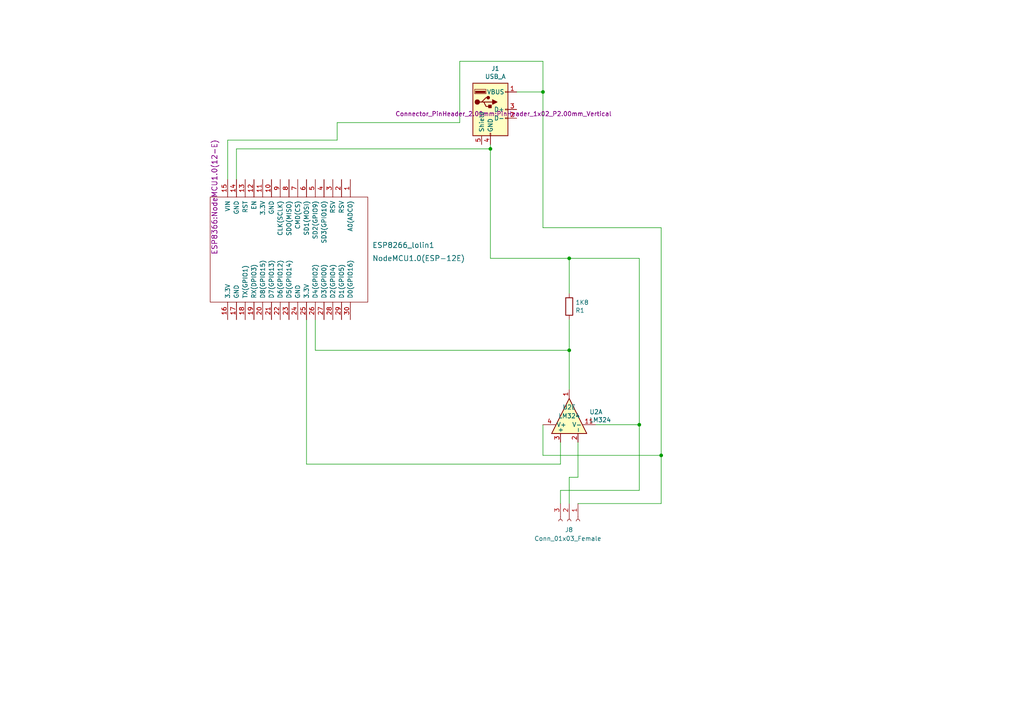
<source format=kicad_sch>
(kicad_sch (version 20211123) (generator eeschema)
  (paper "A4")
  (title_block (title "Dispositivo-H2O") (date "                 2021-02-26") (rev "Escobar J.W.") (company "IER-UNAM"))
  (lib_symbols
    (symbol "Amplifier_Operational:LM324" (pin_names (offset 0.127))
      (property "Reference" "U" (at 0 5.08 0))
      (property "Value" "LM324" (at 0 -5.08 0))
      (symbol "LM324_1_1"
        (polyline (pts (xy -5.08 5.08) (xy 5.08 0) (xy -5.08 -5.08) (xy -5.08 5.08)) (stroke (width 0.254)) (fill (type background)))
        (pin output line (at 7.62 0 180) (length 2.54) (name "~") (number "1"))
        (pin input line (at -7.62 -2.54 0) (length 2.54) (name "-") (number "2"))
        (pin input line (at -7.62 2.54 0) (length 2.54) (name "+") (number "3"))
      )
      (symbol "LM324_2_1"
        (polyline (pts (xy -5.08 5.08) (xy 5.08 0) (xy -5.08 -5.08) (xy -5.08 5.08)) (stroke (width 0.254)) (fill (type background)))
        (pin input line (at -7.62 2.54 0) (length 2.54) (name "+") (number "5"))
        (pin input line (at -7.62 -2.54 0) (length 2.54) (name "-") (number "6"))
        (pin output line (at 7.62 0 180) (length 2.54) (name "~") (number "7"))
      )
      (symbol "LM324_3_1"
        (polyline (pts (xy -5.08 5.08) (xy 5.08 0) (xy -5.08 -5.08) (xy -5.08 5.08)) (stroke (width 0.254)) (fill (type background)))
        (pin input line (at -7.62 2.54 0) (length 2.54) (name "+") (number "10"))
        (pin output line (at 7.62 0 180) (length 2.54) (name "~") (number "8"))
        (pin input line (at -7.62 -2.54 0) (length 2.54) (name "-") (number "9"))
      )
      (symbol "LM324_4_1"
        (polyline (pts (xy -5.08 5.08) (xy 5.08 0) (xy -5.08 -5.08) (xy -5.08 5.08)) (stroke (width 0.254)) (fill (type background)))
        (pin input line (at -7.62 2.54 0) (length 2.54) (name "+") (number "12"))
        (pin input line (at -7.62 -2.54 0) (length 2.54) (name "-") (number "13"))
        (pin output line (at 7.62 0 180) (length 2.54) (name "~") (number "14"))
      )
      (symbol "LM324_5_1"
        (pin power_in line (at -2.54 -7.62 90) (length 3.81) (name "V-") (number "11"))
        (pin power_in line (at -2.54 7.62 270) (length 3.81) (name "V+") (number "4"))
      )
    )
    (symbol "Connector:Conn_01x03_Female" (pin_names (offset 1.016) hide)
      (property "Reference" "J" (at 0 5.08 0))
      (property "Value" "Conn_01x03_Female" (at 0 -5.08 0))
      (symbol "Conn_01x03_Female_1_1"
        (arc (start 0 -2.032) (mid -0.508 -2.54) (end 0 -3.048) (stroke (width 0.1524)))
        (polyline (pts (xy -1.27 -2.54) (xy -0.508 -2.54)) (stroke (width 0.1524)))
        (polyline (pts (xy -1.27 0) (xy -0.508 0)) (stroke (width 0.1524)))
        (polyline (pts (xy -1.27 2.54) (xy -0.508 2.54)) (stroke (width 0.1524)))
        (arc (start 0 0.508) (mid -0.508 0) (end 0 -0.508) (stroke (width 0.1524)))
        (arc (start 0 3.048) (mid -0.508 2.54) (end 0 2.032) (stroke (width 0.1524)))
        (pin passive line (at -5.08 2.54 0) (length 3.81) (name "Pin_1") (number "1"))
        (pin passive line (at -5.08 0 0) (length 3.81) (name "Pin_2") (number "2"))
        (pin passive line (at -5.08 -2.54 0) (length 3.81) (name "Pin_3") (number "3"))
      )
    )
    (symbol "Connector:USB_A" (pin_names (offset 1.016))
      (property "Reference" "J" (at -5.08 11.43 0))
      (property "Value" "USB_A" (at -5.08 8.89 0))
      (symbol "USB_A_0_1"
        (rectangle (start -5.08 -7.62) (end 5.08 7.62) (stroke (width 0.254)) (fill (type background)))
        (circle (center -3.81 2.159) (radius 0.635) (stroke (width 0.254)) (fill (type outline)))
        (rectangle (start -1.524 4.826) (end -4.318 5.334) (fill (type outline)))
        (rectangle (start -1.27 4.572) (end -4.572 5.842))
        (circle (center -0.635 3.429) (radius 0.381) (stroke (width 0.254)) (fill (type outline)))
        (rectangle (start -0.127 -7.62) (end 0.127 -6.858))
        (polyline (pts (xy -3.175 2.159) (xy -2.54 2.159) (xy -1.27 3.429) (xy -0.635 3.429)) (stroke (width 0.254)))
        (polyline (pts (xy -2.54 2.159) (xy -1.905 2.159) (xy -1.27 0.889) (xy 0 0.889)) (stroke (width 0.254)))
        (polyline (pts (xy 0.635 2.794) (xy 0.635 1.524) (xy 1.905 2.159) (xy 0.635 2.794)) (stroke (width 0.254)) (fill (type outline)))
        (rectangle (start 0.254 1.27) (end -0.508 0.508) (stroke (width 0.254)) (fill (type outline)))
        (rectangle (start 5.08 -2.667) (end 4.318 -2.413))
        (rectangle (start 5.08 -0.127) (end 4.318 0.127))
        (rectangle (start 5.08 4.953) (end 4.318 5.207))
      )
      (symbol "USB_A_1_1"
        (polyline (pts (xy -1.905 2.159) (xy 0.635 2.159)) (stroke (width 0.254)))
        (pin power_in line (at 7.62 5.08 180) (length 2.54) (name "VBUS") (number "1"))
        (pin bidirectional line (at 7.62 -2.54 180) (length 2.54) (name "D-") (number "2"))
        (pin bidirectional line (at 7.62 0 180) (length 2.54) (name "D+") (number "3"))
        (pin power_in line (at 0 -10.16 90) (length 2.54) (name "GND") (number "4"))
        (pin passive line (at -2.54 -10.16 90) (length 2.54) (name "Shield") (number "5"))
      )
    )
    (symbol "Device:R" (pin_numbers hide) (pin_names (offset 0))
      (property "Reference" "R" (at 2.032 0 90))
      (property "Value" "R" (at 0 0 90))
      (symbol "R_0_1"
        (rectangle (start -1.016 -2.54) (end 1.016 2.54) (stroke (width 0.254)))
      )
      (symbol "R_1_1"
        (pin passive line (at 0 3.81 270) (length 1.27) (name "~") (number "1"))
        (pin passive line (at 0 -3.81 90) (length 1.27) (name "~") (number "2"))
      )
    )
    (symbol "ESP8266:NodeMCU1.0(ESP-12E)" (pin_names (offset 1.016))
      (property "Reference" "U" (at 0 21.59 0))
      (property "Value" "NodeMCU1.0(ESP-12E)" (at 0 -21.59 0))
      (symbol "NodeMCU1.0(ESP-12E)_0_1"
        (rectangle (start -15.24 -22.86) (end 15.24 22.86))
      )
      (symbol "NodeMCU1.0(ESP-12E)_1_1"
        (pin input line (at -20.32 17.78 0) (length 5.08) (name "A0(ADC0)") (number "1"))
        (pin input line (at -20.32 -5.08 0) (length 5.08) (name "GND") (number "10"))
        (pin input line (at -20.32 -7.62 0) (length 5.08) (name "3.3V") (number "11"))
        (pin input line (at -20.32 -10.16 0) (length 5.08) (name "EN") (number "12"))
        (pin input line (at -20.32 -12.7 0) (length 5.08) (name "RST") (number "13"))
        (pin input line (at -20.32 -15.24 0) (length 5.08) (name "GND") (number "14"))
        (pin input line (at -20.32 -17.78 0) (length 5.08) (name "VIN") (number "15"))
        (pin input line (at 20.32 -17.78 180) (length 5.08) (name "3.3V") (number "16"))
        (pin input line (at 20.32 -15.24 180) (length 5.08) (name "GND") (number "17"))
        (pin input line (at 20.32 -12.7 180) (length 5.08) (name "TX(GPIO1)") (number "18"))
        (pin input line (at 20.32 -10.16 180) (length 5.08) (name "RX(DPIO3)") (number "19"))
        (pin input line (at -20.32 15.24 0) (length 5.08) (name "RSV") (number "2"))
        (pin input line (at 20.32 -7.62 180) (length 5.08) (name "D8(GPIO15)") (number "20"))
        (pin input line (at 20.32 -5.08 180) (length 5.08) (name "D7(GPIO13)") (number "21"))
        (pin input line (at 20.32 -2.54 180) (length 5.08) (name "D6(GPIO12)") (number "22"))
        (pin input line (at 20.32 0 180) (length 5.08) (name "D5(GPIO14)") (number "23"))
        (pin input line (at 20.32 2.54 180) (length 5.08) (name "GND") (number "24"))
        (pin input line (at 20.32 5.08 180) (length 5.08) (name "3.3V") (number "25"))
        (pin input line (at 20.32 7.62 180) (length 5.08) (name "D4(GPIO2)") (number "26"))
        (pin input line (at 20.32 10.16 180) (length 5.08) (name "D3(GPIO0)") (number "27"))
        (pin input line (at 20.32 12.7 180) (length 5.08) (name "D2(GPIO4)") (number "28"))
        (pin input line (at 20.32 15.24 180) (length 5.08) (name "D1(GPIO5)") (number "29"))
        (pin input line (at -20.32 12.7 0) (length 5.08) (name "RSV") (number "3"))
        (pin input line (at 20.32 17.78 180) (length 5.08) (name "D0(GPIO16)") (number "30"))
        (pin input line (at -20.32 10.16 0) (length 5.08) (name "SD3(GPIO10)") (number "4"))
        (pin input line (at -20.32 7.62 0) (length 5.08) (name "SD2(GPIO9)") (number "5"))
        (pin input line (at -20.32 5.08 0) (length 5.08) (name "SD1(MOSI)") (number "6"))
        (pin input line (at -20.32 2.54 0) (length 5.08) (name "CMD(CS)") (number "7"))
        (pin input line (at -20.32 0 0) (length 5.08) (name "SDO(MISO)") (number "8"))
        (pin input line (at -20.32 -2.54 0) (length 5.08) (name "CLK(SCLK)") (number "9"))
      )
    )
  )
  (junction (at 142.24 43.18))
  (junction (at 165.1 74.93))
  (junction (at 191.77 132.08))
  (junction (at 185.42 123.19))
  (junction (at 165.1 101.6))
  (junction (at 157.48 26.67))
  (wire (pts (xy 157.48 66.04) (xy 191.77 66.04)))
  (wire (pts (xy 88.9 92.71) (xy 88.9 134.62)))
  (wire (pts (xy 142.24 43.18) (xy 68.58 43.18)))
  (wire (pts (xy 97.79 40.64) (xy 66.04 40.64)))
  (wire (pts (xy 157.48 26.67) (xy 157.48 17.78)))
  (wire (pts (xy 165.1 113.03) (xy 165.1 101.6)))
  (wire (pts (xy 185.42 123.19) (xy 185.42 142.24)))
  (wire (pts (xy 88.9 134.62) (xy 162.56 134.62)))
  (wire (pts (xy 142.24 41.91) (xy 142.24 43.18)))
  (wire (pts (xy 97.79 35.56) (xy 133.35 35.56)))
  (wire (pts (xy 165.1 74.93) (xy 185.42 74.93)))
  (wire (pts (xy 167.64 138.43) (xy 167.64 128.27)))
  (wire (pts (xy 149.86 26.67) (xy 157.48 26.67)))
  (wire (pts (xy 165.1 146.05) (xy 165.1 138.43)))
  (wire (pts (xy 191.77 146.05) (xy 167.64 146.05)))
  (wire (pts (xy 91.44 92.71) (xy 91.44 101.6)))
  (wire (pts (xy 133.35 17.78) (xy 133.35 35.56)))
  (wire (pts (xy 185.42 74.93) (xy 185.42 123.19)))
  (wire (pts (xy 165.1 85.09) (xy 165.1 74.93)))
  (wire (pts (xy 142.24 74.93) (xy 165.1 74.93)))
  (wire (pts (xy 157.48 123.19) (xy 157.48 132.08)))
  (wire (pts (xy 172.72 123.19) (xy 185.42 123.19)))
  (wire (pts (xy 91.44 101.6) (xy 165.1 101.6)))
  (wire (pts (xy 66.04 40.64) (xy 66.04 52.07)))
  (wire (pts (xy 165.1 138.43) (xy 167.64 138.43)))
  (wire (pts (xy 165.1 92.71) (xy 165.1 101.6)))
  (wire (pts (xy 162.56 142.24) (xy 162.56 146.05)))
  (wire (pts (xy 157.48 132.08) (xy 191.77 132.08)))
  (wire (pts (xy 162.56 142.24) (xy 185.42 142.24)))
  (wire (pts (xy 157.48 17.78) (xy 133.35 17.78)))
  (wire (pts (xy 157.48 26.67) (xy 157.48 66.04)))
  (wire (pts (xy 97.79 35.56) (xy 97.79 40.64)))
  (wire (pts (xy 191.77 66.04) (xy 191.77 132.08)))
  (wire (pts (xy 68.58 43.18) (xy 68.58 52.07)))
  (wire (pts (xy 142.24 43.18) (xy 142.24 74.93)))
  (wire (pts (xy 162.56 134.62) (xy 162.56 128.27)))
  (wire (pts (xy 191.77 132.08) (xy 191.77 146.05)))
  (symbol (lib_id "Device:R") (at 165.1 88.9 0) (unit 1)
    (property "Reference" "1K8" (at 166.878 87.7316 0) (effects (justify left)))
    (property "Value" "R1" (at 166.878 90.043 0) (effects (justify left)))
    (property "Footprint" "Resistor_THT:R_Axial_DIN0207_L6.3mm_D2.5mm_P10.16mm_Horizontal" (effects hide))
  )
  (symbol (lib_id "Connector:Conn_01x03_Female") (at 165.1 151.13 270) (unit 1)
    (property "Reference" "J8" (at 163.83 153.67 90) (effects (justify left)))
    (property "Value" "Conn_01x03_Female" (at 154.94 156.21 90) (effects (justify left)))
    (property "Footprint" "TerminalBlock_4Ucon:TerminalBlock_4Ucon_1x03_P3.50mm_Vertical" (effects hide))
  )
  (symbol (lib_id "Amplifier_Operational:LM324") (at 165.1 120.65 90) (unit 1)
    (property "Reference" "U2" (at 170.942 119.4816 90) (effects (justify right)))
    (property "Value" "LM324" (at 170.942 121.793 90) (effects (justify right)))
    (property "Footprint" "Package_DIP:DIP-14_W7.62mm" (effects hide))
    (property "Datasheet" "http://www.ti.com/lit/ds/symlink/lm2902-n.pdf" (effects hide))
  )
  (symbol (lib_id "Connector:USB_A") (at 142.24 31.75 0) (unit 1)
    (property "Reference" "J1" (at 143.6878 19.8882 0))
    (property "Value" "USB_A" (at 143.6878 22.1996 0))
    (property "Footprint" "Connector_PinHeader_2.00mm:PinHeader_1x02_P2.00mm_Vertical" (at 146.05 33.02 0))
    (property "Datasheet" " ~" (effects hide))
  )
  (symbol (lib_id "ESP8266:NodeMCU1.0(ESP-12E)") (at 83.82 72.39 270) (unit 1)
    (property "Reference" "ESP8266_lolin1" (at 107.95 71.12 90) (effects (font (size 1.524 1.524)) (justify left)))
    (property "Value" "NodeMCU1.0(ESP-12E)" (at 107.95 74.93 90) (effects (font (size 1.524 1.524)) (justify left)))
    (property "Footprint" "ESP8366:NodeMCU1.0(12-E)" (at 62.23 57.15 0) (effects (font (size 1.524 1.524))))
  )
  (symbol (lib_id "Amplifier_Operational:LM324") (at 165.1 120.65 90) (unit 5)
    (property "Reference" "U2" (at 165.1 118.11 90))
    (property "Value" "LM324" (at 165.1 120.65 90))
    (property "Footprint" "Package_DIP:DIP-14_W7.62mm" (effects hide))
    (property "Datasheet" "http://www.ti.com/lit/ds/symlink/lm2902-n.pdf" (effects hide))
  )
)
</source>
